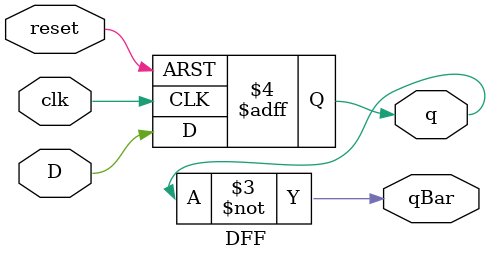
<source format=v>
module DFF(q, qBar, D, clk, reset); 

	input D, clk, reset;
	output q, qBar; 
	reg q;
	not n1 (qBar, q);

	always@ (negedge reset or posedge clk) 
	begin
		if(!reset)
			q = 0;
		else
			q = D;
	end 

endmodule 
</source>
